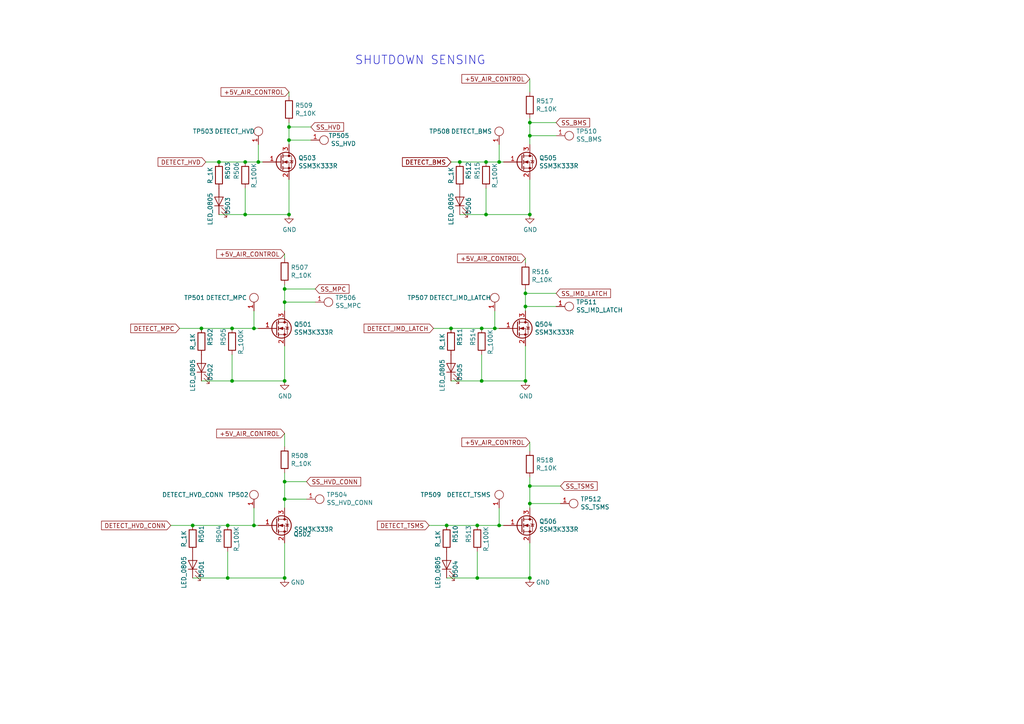
<source format=kicad_sch>
(kicad_sch (version 20211123) (generator eeschema)
  (paper "A4")
  (lib_symbols
    (symbol "formula:LED_0805" (pin_numbers hide) (pin_names (offset 1.016) hide)
      (property "Reference" "D" (at 0 -2.54 0))
      (property "Value" "LED_0805" (at 0 2.54 0))
      (symbol "LED_0805_0_1"
        (polyline (pts (xy -1.27 -1.27) (xy -1.27 1.27)) (stroke (width 0.2032)))
        (polyline (pts (xy -1.27 0) (xy 1.27 0)))
        (polyline (pts (xy 1.27 -1.27) (xy 1.27 1.27) (xy -1.27 0) (xy 1.27 -1.27)) (stroke (width 0.2032)))
        (polyline (pts (xy -3.048 -0.762) (xy -4.572 -2.286) (xy -3.81 -2.286) (xy -4.572 -2.286) (xy -4.572 -1.524)))
        (polyline (pts (xy -1.778 -0.762) (xy -3.302 -2.286) (xy -2.54 -2.286) (xy -3.302 -2.286) (xy -3.302 -1.524)))
      )
      (symbol "LED_0805_1_1"
        (pin passive line (at -3.81 0 0) (length 2.54) (name "K") (number "1"))
        (pin passive line (at 3.81 0 180) (length 2.54) (name "A") (number "2"))
      )
    )
    (symbol "formula:R_100K" (pin_numbers hide) (pin_names (offset 0))
      (property "Reference" "R" (at 2.032 0 90))
      (property "Value" "R_100K" (at -2.54 0 90))
      (symbol "R_100K_0_1"
        (rectangle (start -1.016 -2.54) (end 1.016 2.54) (stroke (width 0.254)))
      )
      (symbol "R_100K_1_1"
        (pin passive line (at 0 3.81 270) (length 1.27) (name "~") (number "1"))
        (pin passive line (at 0 -3.81 90) (length 1.27) (name "~") (number "2"))
      )
    )
    (symbol "formula:R_10K" (pin_numbers hide) (pin_names (offset 0))
      (property "Reference" "R" (at 2.032 0 90))
      (property "Value" "R_10K" (at -2.54 0 90))
      (symbol "R_10K_0_1"
        (rectangle (start -1.016 -2.54) (end 1.016 2.54) (stroke (width 0.254)))
      )
      (symbol "R_10K_1_1"
        (pin passive line (at 0 3.81 270) (length 1.27) (name "~") (number "1"))
        (pin passive line (at 0 -3.81 90) (length 1.27) (name "~") (number "2"))
      )
    )
    (symbol "formula:R_1K" (pin_numbers hide) (pin_names (offset 0))
      (property "Reference" "R" (at 2.032 0 90))
      (property "Value" "R_1K" (at -2.54 0 90))
      (symbol "R_1K_0_1"
        (rectangle (start -1.016 -2.54) (end 1.016 2.54) (stroke (width 0.254)))
      )
      (symbol "R_1K_1_1"
        (pin passive line (at 0 3.81 270) (length 1.27) (name "~") (number "1"))
        (pin passive line (at 0 -3.81 90) (length 1.27) (name "~") (number "2"))
      )
    )
    (symbol "formula:SSM3K333R" (pin_names (offset 0) hide)
      (property "Reference" "Q" (at 5.08 1.905 0))
      (property "Value" "SSM3K333R" (at 5.08 0 0))
      (symbol "SSM3K333R_0_1"
        (polyline (pts (xy 0.762 -1.778) (xy 2.54 -1.778)))
        (polyline (pts (xy 0.762 -1.27) (xy 0.762 -2.286)) (stroke (width 0.254)))
        (polyline (pts (xy 0.762 0) (xy 2.54 0)))
        (polyline (pts (xy 0.762 0.508) (xy 0.762 -0.508)) (stroke (width 0.254)))
        (polyline (pts (xy 0.762 1.778) (xy 2.54 1.778)))
        (polyline (pts (xy 0.762 2.286) (xy 0.762 1.27)) (stroke (width 0.254)))
        (polyline (pts (xy 2.54 -1.778) (xy 2.54 -2.54)))
        (polyline (pts (xy 2.54 -1.778) (xy 2.54 0)))
        (polyline (pts (xy 2.54 2.54) (xy 2.54 1.778)))
        (polyline (pts (xy 0.254 1.905) (xy 0.254 -1.905) (xy 0.254 -1.905)) (stroke (width 0.254)))
        (polyline (pts (xy 1.016 0) (xy 2.032 0.381) (xy 2.032 -0.381) (xy 1.016 0)) (fill (type outline)))
        (polyline (pts (xy 2.54 -1.778) (xy 3.302 -1.778) (xy 3.302 1.778) (xy 2.54 1.778)))
        (polyline (pts (xy 2.794 0.508) (xy 2.921 0.381) (xy 3.683 0.381) (xy 3.81 0.254)))
        (polyline (pts (xy 3.302 0.381) (xy 2.921 -0.254) (xy 3.683 -0.254) (xy 3.302 0.381)))
        (circle (center 1.651 0) (radius 2.8194) (stroke (width 0.254)))
        (circle (center 2.54 -1.778) (radius 0.2794) (fill (type outline)))
        (circle (center 2.54 1.778) (radius 0.2794) (fill (type outline)))
      )
      (symbol "SSM3K333R_1_1"
        (pin input line (at -5.08 0 0) (length 5.334) (name "G") (number "1"))
        (pin passive line (at 2.54 -5.08 90) (length 2.54) (name "S") (number "2"))
        (pin passive line (at 2.54 5.08 270) (length 2.54) (name "D") (number "3"))
      )
    )
    (symbol "formula:Test_Point_SMD" (pin_names (offset 1.016))
      (property "Reference" "TP" (at 0 7.62 0))
      (property "Value" "Test_Point_SMD" (at 1.27 5.08 0))
      (symbol "Test_Point_SMD_1_1"
        (circle (center 0 2.54) (radius 1.27))
        (pin input line (at 0 -1.27 90) (length 2.54) (name "~") (number "1"))
      )
    )
    (symbol "power:GND" (power) (pin_names (offset 0))
      (property "Value" "GND" (at 0 -3.81 0))
      (symbol "GND_0_1"
        (polyline (pts (xy 0 0) (xy 0 -1.27) (xy 1.27 -1.27) (xy 0 -2.54) (xy -1.27 -1.27) (xy 0 -1.27)))
      )
      (symbol "GND_1_1"
        (pin power_in line (at 0 0 270) (length 0) hide (name "GND") (number "1"))
      )
    )
  )
  (junction (at 83.82 36.83))
  (junction (at 71.12 62.23))
  (junction (at 129.54 152.4))
  (junction (at 133.35 46.99))
  (junction (at 83.82 40.64))
  (junction (at 82.55 144.78))
  (junction (at 138.43 167.64))
  (junction (at 82.55 110.49))
  (junction (at 153.67 39.37))
  (junction (at 153.67 62.23))
  (junction (at 139.7 110.49))
  (junction (at 58.42 95.25))
  (junction (at 67.31 110.49))
  (junction (at 143.51 95.25))
  (junction (at 73.66 152.4))
  (junction (at 74.93 46.99))
  (junction (at 83.82 62.23))
  (junction (at 82.55 83.82))
  (junction (at 144.78 46.99))
  (junction (at 82.55 167.64))
  (junction (at 152.4 85.09))
  (junction (at 140.97 62.23))
  (junction (at 130.81 95.25))
  (junction (at 82.55 139.7))
  (junction (at 153.67 140.97))
  (junction (at 82.55 87.63))
  (junction (at 67.31 95.25))
  (junction (at 139.7 95.25))
  (junction (at 152.4 88.9))
  (junction (at 138.43 152.4))
  (junction (at 144.78 152.4))
  (junction (at 153.67 35.56))
  (junction (at 152.4 110.49))
  (junction (at 71.12 46.99))
  (junction (at 153.67 167.64))
  (junction (at 66.04 167.64))
  (junction (at 63.5 46.99))
  (junction (at 66.04 152.4))
  (junction (at 55.88 152.4))
  (junction (at 153.67 146.05))
  (junction (at 73.66 95.25))
  (junction (at 140.97 46.99))
  (wire (pts (xy 71.12 62.23) (xy 83.82 62.23)))
  (wire (pts (xy 63.5 46.99) (xy 71.12 46.99)))
  (wire (pts (xy 146.05 152.4) (xy 144.78 152.4)))
  (wire (pts (xy 130.81 110.49) (xy 139.7 110.49)))
  (wire (pts (xy 83.82 41.91) (xy 83.82 40.64)))
  (wire (pts (xy 140.97 54.61) (xy 140.97 62.23)))
  (wire (pts (xy 83.82 52.07) (xy 83.82 62.23)))
  (wire (pts (xy 152.4 88.9) (xy 152.4 90.17)))
  (wire (pts (xy 161.29 88.9) (xy 152.4 88.9)))
  (wire (pts (xy 63.5 62.23) (xy 71.12 62.23)))
  (wire (pts (xy 144.78 41.91) (xy 144.78 46.99)))
  (wire (pts (xy 139.7 110.49) (xy 152.4 110.49)))
  (wire (pts (xy 91.44 83.82) (xy 82.55 83.82)))
  (wire (pts (xy 152.4 74.93) (xy 152.4 76.2)))
  (wire (pts (xy 83.82 40.64) (xy 90.17 40.64)))
  (wire (pts (xy 83.82 36.83) (xy 83.82 35.56)))
  (wire (pts (xy 88.9 144.78) (xy 82.55 144.78)))
  (wire (pts (xy 88.9 139.7) (xy 82.55 139.7)))
  (wire (pts (xy 67.31 95.25) (xy 58.42 95.25)))
  (wire (pts (xy 138.43 152.4) (xy 129.54 152.4)))
  (wire (pts (xy 153.67 138.43) (xy 153.67 140.97)))
  (wire (pts (xy 144.78 46.99) (xy 140.97 46.99)))
  (wire (pts (xy 139.7 102.87) (xy 139.7 110.49)))
  (wire (pts (xy 162.56 146.05) (xy 153.67 146.05)))
  (wire (pts (xy 74.93 152.4) (xy 73.66 152.4)))
  (wire (pts (xy 129.54 152.4) (xy 124.46 152.4)))
  (wire (pts (xy 74.93 95.25) (xy 73.66 95.25)))
  (wire (pts (xy 55.88 167.64) (xy 66.04 167.64)))
  (wire (pts (xy 153.67 35.56) (xy 161.29 35.56)))
  (wire (pts (xy 153.67 128.27) (xy 153.67 130.81)))
  (wire (pts (xy 59.69 46.99) (xy 63.5 46.99)))
  (wire (pts (xy 90.17 36.83) (xy 83.82 36.83)))
  (wire (pts (xy 74.93 46.99) (xy 71.12 46.99)))
  (wire (pts (xy 152.4 85.09) (xy 152.4 88.9)))
  (wire (pts (xy 83.82 26.67) (xy 83.82 27.94)))
  (wire (pts (xy 82.55 139.7) (xy 82.55 144.78)))
  (wire (pts (xy 76.2 46.99) (xy 74.93 46.99)))
  (wire (pts (xy 73.66 147.32) (xy 73.66 152.4)))
  (wire (pts (xy 73.66 90.17) (xy 73.66 95.25)))
  (wire (pts (xy 74.93 41.91) (xy 74.93 46.99)))
  (wire (pts (xy 133.35 62.23) (xy 140.97 62.23)))
  (wire (pts (xy 133.35 46.99) (xy 130.81 46.99)))
  (wire (pts (xy 82.55 157.48) (xy 82.55 167.64)))
  (wire (pts (xy 140.97 46.99) (xy 133.35 46.99)))
  (wire (pts (xy 91.44 87.63) (xy 82.55 87.63)))
  (wire (pts (xy 138.43 167.64) (xy 138.43 160.02)))
  (wire (pts (xy 82.55 100.33) (xy 82.55 110.49)))
  (wire (pts (xy 73.66 152.4) (xy 66.04 152.4)))
  (wire (pts (xy 130.81 95.25) (xy 125.73 95.25)))
  (wire (pts (xy 82.55 87.63) (xy 82.55 90.17)))
  (wire (pts (xy 66.04 160.02) (xy 66.04 167.64)))
  (wire (pts (xy 161.29 85.09) (xy 152.4 85.09)))
  (wire (pts (xy 144.78 152.4) (xy 138.43 152.4)))
  (wire (pts (xy 129.54 167.64) (xy 138.43 167.64)))
  (wire (pts (xy 82.55 125.73) (xy 82.55 129.54)))
  (wire (pts (xy 153.67 35.56) (xy 153.67 39.37)))
  (wire (pts (xy 153.67 39.37) (xy 161.29 39.37)))
  (wire (pts (xy 153.67 52.07) (xy 153.67 62.23)))
  (wire (pts (xy 144.78 147.32) (xy 144.78 152.4)))
  (wire (pts (xy 139.7 95.25) (xy 130.81 95.25)))
  (wire (pts (xy 153.67 140.97) (xy 153.67 146.05)))
  (wire (pts (xy 153.67 146.05) (xy 153.67 147.32)))
  (wire (pts (xy 153.67 34.29) (xy 153.67 35.56)))
  (wire (pts (xy 73.66 95.25) (xy 67.31 95.25)))
  (wire (pts (xy 162.56 140.97) (xy 153.67 140.97)))
  (wire (pts (xy 143.51 90.17) (xy 143.51 95.25)))
  (wire (pts (xy 143.51 95.25) (xy 139.7 95.25)))
  (wire (pts (xy 58.42 110.49) (xy 67.31 110.49)))
  (wire (pts (xy 152.4 83.82) (xy 152.4 85.09)))
  (wire (pts (xy 66.04 167.64) (xy 82.55 167.64)))
  (wire (pts (xy 152.4 100.33) (xy 152.4 110.49)))
  (wire (pts (xy 82.55 144.78) (xy 82.55 147.32)))
  (wire (pts (xy 66.04 152.4) (xy 55.88 152.4)))
  (wire (pts (xy 82.55 82.55) (xy 82.55 83.82)))
  (wire (pts (xy 58.42 95.25) (xy 52.07 95.25)))
  (wire (pts (xy 55.88 152.4) (xy 49.53 152.4)))
  (wire (pts (xy 67.31 110.49) (xy 82.55 110.49)))
  (wire (pts (xy 71.12 54.61) (xy 71.12 62.23)))
  (wire (pts (xy 144.78 95.25) (xy 143.51 95.25)))
  (wire (pts (xy 153.67 157.48) (xy 153.67 167.64)))
  (wire (pts (xy 82.55 83.82) (xy 82.55 87.63)))
  (wire (pts (xy 153.67 22.86) (xy 153.67 26.67)))
  (wire (pts (xy 67.31 102.87) (xy 67.31 110.49)))
  (wire (pts (xy 153.67 39.37) (xy 153.67 41.91)))
  (wire (pts (xy 138.43 167.64) (xy 153.67 167.64)))
  (wire (pts (xy 83.82 40.64) (xy 83.82 36.83)))
  (wire (pts (xy 82.55 137.16) (xy 82.55 139.7)))
  (wire (pts (xy 140.97 62.23) (xy 153.67 62.23)))
  (wire (pts (xy 82.55 73.66) (xy 82.55 74.93)))
  (wire (pts (xy 146.05 46.99) (xy 144.78 46.99)))
  (text "SHUTDOWN SENSING" (at 102.87 19.05 0) (effects (font (size 2.4892 2.4892)) (justify left bottom)))
  (global_label "+5V_AIR_CONTROL" (shape input) (at 153.67 128.27 180) (property "Intersheet References" "${INTERSHEET_REFS}" (effects hide)))
  (global_label "SS_IMD_LATCH" (shape input) (at 161.29 85.09 0) (property "Intersheet References" "${INTERSHEET_REFS}" (effects hide)))
  (global_label "DETECT_BMS" (shape input) (at 130.81 46.99 180) (property "Intersheet References" "${INTERSHEET_REFS}" (effects hide)))
  (global_label "SS_HVD_CONN" (shape input) (at 88.9 139.7 0) (property "Intersheet References" "${INTERSHEET_REFS}" (effects hide)))
  (global_label "SS_BMS" (shape input) (at 161.29 35.56 0) (property "Intersheet References" "${INTERSHEET_REFS}" (effects hide)))
  (global_label "+5V_AIR_CONTROL" (shape input) (at 153.67 22.86 180) (property "Intersheet References" "${INTERSHEET_REFS}" (effects hide)))
  (global_label "+5V_AIR_CONTROL" (shape input) (at 82.55 73.66 180) (property "Intersheet References" "${INTERSHEET_REFS}" (effects hide)))
  (global_label "SS_TSMS" (shape input) (at 162.56 140.97 0) (property "Intersheet References" "${INTERSHEET_REFS}" (effects hide)))
  (global_label "DETECT_HVD_CONN" (shape input) (at 49.53 152.4 180) (property "Intersheet References" "${INTERSHEET_REFS}" (effects hide)))
  (global_label "DETECT_MPC" (shape input) (at 52.07 95.25 180) (property "Intersheet References" "${INTERSHEET_REFS}" (effects hide)))
  (global_label "+5V_AIR_CONTROL" (shape input) (at 152.4 74.93 180) (property "Intersheet References" "${INTERSHEET_REFS}" (effects hide)))
  (global_label "+5V_AIR_CONTROL" (shape input) (at 83.82 26.67 180) (property "Intersheet References" "${INTERSHEET_REFS}" (effects hide)))
  (global_label "DETECT_HVD" (shape input) (at 59.69 46.99 180) (property "Intersheet References" "${INTERSHEET_REFS}" (effects hide)))
  (global_label "DETECT_IMD_LATCH" (shape input) (at 125.73 95.25 180) (property "Intersheet References" "${INTERSHEET_REFS}" (effects hide)))
  (global_label "DETECT_TSMS" (shape input) (at 124.46 152.4 180) (property "Intersheet References" "${INTERSHEET_REFS}" (effects hide)))
  (global_label "+5V_AIR_CONTROL" (shape input) (at 82.55 125.73 180) (property "Intersheet References" "${INTERSHEET_REFS}" (effects hide)))
  (global_label "SS_MPC" (shape input) (at 91.44 83.82 0) (property "Intersheet References" "${INTERSHEET_REFS}" (effects hide)))
  (global_label "DETECT_BMS" (shape input) (at 130.81 46.99 180) (property "Intersheet References" "${INTERSHEET_REFS}" (effects hide)))
  (global_label "SS_HVD" (shape input) (at 90.17 36.83 0) (property "Intersheet References" "${INTERSHEET_REFS}" (effects hide)))
  (symbol (lib_id "power:GND") (at 153.67 62.23 0) (unit 1)
    (property "Reference" "#PWR0203" (effects hide))
    (property "Value" "GND" (at 153.797 66.6242 0))
  )
  (symbol (lib_id "power:GND") (at 152.4 110.49 0) (unit 1)
    (property "Reference" "#PWR0199" (effects hide))
    (property "Value" "GND" (at 152.527 114.8842 0))
  )
  (symbol (lib_id "power:GND") (at 83.82 62.23 0) (unit 1)
    (property "Reference" "#PWR0200" (effects hide))
    (property "Value" "GND" (at 83.947 66.6242 0))
  )
  (symbol (lib_id "formula:LED_0805") (at 133.35 58.42 90) (unit 1)
    (property "Reference" "D506" (at 135.89 57.15 0) (effects (justify right)))
    (property "Value" "LED_0805" (at 130.81 55.88 0) (effects (justify right)))
    (property "Footprint" "footprints:LED_0805_OEM" (effects hide))
    (property "Datasheet" "http://www.osram-os.com/Graphics/XPic9/00078860_0.pdf" (effects hide))
    (property "MFN" "DK" (effects hide))
    (property "MPN" "475-1410-1-ND" (effects hide))
    (property "PurchasingLink" "https://www.digikey.com/products/en?keywords=475-1410-1-ND" (effects hide))
  )
  (symbol (lib_id "formula:LED_0805") (at 130.81 106.68 90) (unit 1)
    (property "Reference" "D505" (at 133.35 105.41 0) (effects (justify right)))
    (property "Value" "LED_0805" (at 128.27 104.14 0) (effects (justify right)))
    (property "Footprint" "footprints:LED_0805_OEM" (effects hide))
    (property "Datasheet" "http://www.osram-os.com/Graphics/XPic9/00078860_0.pdf" (effects hide))
    (property "MFN" "DK" (effects hide))
    (property "MPN" "475-1410-1-ND" (effects hide))
    (property "PurchasingLink" "https://www.digikey.com/products/en?keywords=475-1410-1-ND" (effects hide))
  )
  (symbol (lib_id "formula:LED_0805") (at 63.5 58.42 90) (unit 1)
    (property "Reference" "D503" (at 66.04 57.15 0) (effects (justify right)))
    (property "Value" "LED_0805" (at 60.96 55.88 0) (effects (justify right)))
    (property "Footprint" "footprints:LED_0805_OEM" (effects hide))
    (property "Datasheet" "http://www.osram-os.com/Graphics/XPic9/00078860_0.pdf" (effects hide))
    (property "MFN" "DK" (effects hide))
    (property "MPN" "475-1410-1-ND" (effects hide))
    (property "PurchasingLink" "https://www.digikey.com/products/en?keywords=475-1410-1-ND" (effects hide))
  )
  (symbol (lib_id "formula:R_1K") (at 133.35 50.8 0) (unit 1)
    (property "Reference" "R512" (at 135.89 52.07 90) (effects (justify left)))
    (property "Value" "R_1K" (at 130.81 53.34 90) (effects (justify left)))
    (property "Footprint" "footprints:R_0805_OEM" (effects hide))
    (property "Datasheet" "https://www.seielect.com/Catalog/SEI-rncp.pdf" (effects hide))
    (property "MFN" "DK" (effects hide))
    (property "MPN" "RNCP0805FTD1K00CT-ND" (effects hide))
    (property "PurchasingLink" "https://www.digikey.com/products/en?keywords=RNCP0805FTD1K00CT-ND" (effects hide))
  )
  (symbol (lib_id "formula:R_1K") (at 130.81 99.06 0) (unit 1)
    (property "Reference" "R511" (at 133.35 100.33 90) (effects (justify left)))
    (property "Value" "R_1K" (at 128.27 101.6 90) (effects (justify left)))
    (property "Footprint" "footprints:R_0805_OEM" (effects hide))
    (property "Datasheet" "https://www.seielect.com/Catalog/SEI-rncp.pdf" (effects hide))
    (property "MFN" "DK" (effects hide))
    (property "MPN" "RNCP0805FTD1K00CT-ND" (effects hide))
    (property "PurchasingLink" "https://www.digikey.com/products/en?keywords=RNCP0805FTD1K00CT-ND" (effects hide))
  )
  (symbol (lib_id "formula:R_1K") (at 63.5 50.8 0) (unit 1)
    (property "Reference" "R503" (at 66.04 52.07 90) (effects (justify left)))
    (property "Value" "R_1K" (at 60.96 53.34 90) (effects (justify left)))
    (property "Footprint" "footprints:R_0805_OEM" (effects hide))
    (property "Datasheet" "https://www.seielect.com/Catalog/SEI-rncp.pdf" (effects hide))
    (property "MFN" "DK" (effects hide))
    (property "MPN" "RNCP0805FTD1K00CT-ND" (effects hide))
    (property "PurchasingLink" "https://www.digikey.com/products/en?keywords=RNCP0805FTD1K00CT-ND" (effects hide))
  )
  (symbol (lib_id "formula:R_100K") (at 139.7 99.06 0) (unit 1)
    (property "Reference" "R514" (at 137.16 100.33 90) (effects (justify left)))
    (property "Value" "R_100K" (at 142.24 102.87 90) (effects (justify left)))
    (property "Footprint" "footprints:R_0805_OEM" (effects hide))
    (property "Datasheet" "https://industrial.panasonic.com/cdbs/www-data/pdf/RDA0000/AOA0000C304.pdf" (effects hide))
    (property "MFN" "DK" (effects hide))
    (property "MPN" "P100KCCT-ND" (effects hide))
    (property "PurchasingLink" "https://www.digikey.com/product-detail/en/panasonic-electronic-components/ERJ-6ENF1003V/P100KCCT-ND/119551" (effects hide))
  )
  (symbol (lib_id "formula:R_100K") (at 140.97 50.8 0) (unit 1)
    (property "Reference" "R515" (at 138.43 52.07 90) (effects (justify left)))
    (property "Value" "R_100K" (at 143.51 54.61 90) (effects (justify left)))
    (property "Footprint" "footprints:R_0805_OEM" (effects hide))
    (property "Datasheet" "https://industrial.panasonic.com/cdbs/www-data/pdf/RDA0000/AOA0000C304.pdf" (effects hide))
    (property "MFN" "DK" (effects hide))
    (property "MPN" "P100KCCT-ND" (effects hide))
    (property "PurchasingLink" "https://www.digikey.com/product-detail/en/panasonic-electronic-components/ERJ-6ENF1003V/P100KCCT-ND/119551" (effects hide))
  )
  (symbol (lib_id "formula:R_100K") (at 71.12 50.8 0) (unit 1)
    (property "Reference" "R506" (at 68.58 52.07 90) (effects (justify left)))
    (property "Value" "R_100K" (at 73.66 54.61 90) (effects (justify left)))
    (property "Footprint" "footprints:R_0805_OEM" (effects hide))
    (property "Datasheet" "https://industrial.panasonic.com/cdbs/www-data/pdf/RDA0000/AOA0000C304.pdf" (effects hide))
    (property "MFN" "DK" (effects hide))
    (property "MPN" "P100KCCT-ND" (effects hide))
    (property "PurchasingLink" "https://www.digikey.com/product-detail/en/panasonic-electronic-components/ERJ-6ENF1003V/P100KCCT-ND/119551" (effects hide))
  )
  (symbol (lib_id "formula:SSM3K333R") (at 81.28 46.99 0) (unit 1)
    (property "Reference" "Q503" (at 86.5124 45.8216 0) (effects (justify left)))
    (property "Value" "SSM3K333R" (at 86.5124 48.133 0) (effects (justify left)))
    (property "Footprint" "footprints:SOT-23F" (effects hide))
    (property "Datasheet" "https://drive.google.com/drive/folders/0B-V-iZf33Y4GNzhDQTJZanJRbVk" (effects hide))
    (property "MFN" "DK" (effects hide))
    (property "MPN" "SSM3K333RLFCT-ND" (effects hide))
    (property "PurchasingLink" "https://www.digikey.com/product-detail/en/toshiba-semiconductor-and-storage/SSM3K333RLF/SSM3K333RLFCT-ND/3522391" (effects hide))
  )
  (symbol (lib_id "formula:SSM3K333R") (at 149.86 95.25 0) (unit 1)
    (property "Reference" "Q504" (at 155.0924 94.0816 0) (effects (justify left)))
    (property "Value" "SSM3K333R" (at 155.0924 96.393 0) (effects (justify left)))
    (property "Footprint" "footprints:SOT-23F" (effects hide))
    (property "Datasheet" "https://drive.google.com/drive/folders/0B-V-iZf33Y4GNzhDQTJZanJRbVk" (effects hide))
    (property "MFN" "DK" (effects hide))
    (property "MPN" "SSM3K333RLFCT-ND" (effects hide))
    (property "PurchasingLink" "https://www.digikey.com/product-detail/en/toshiba-semiconductor-and-storage/SSM3K333RLF/SSM3K333RLFCT-ND/3522391" (effects hide))
  )
  (symbol (lib_id "formula:SSM3K333R") (at 151.13 46.99 0) (unit 1)
    (property "Reference" "Q505" (at 156.3624 45.8216 0) (effects (justify left)))
    (property "Value" "SSM3K333R" (at 156.3624 48.133 0) (effects (justify left)))
    (property "Footprint" "footprints:SOT-23F" (effects hide))
    (property "Datasheet" "https://drive.google.com/drive/folders/0B-V-iZf33Y4GNzhDQTJZanJRbVk" (effects hide))
    (property "MFN" "DK" (effects hide))
    (property "MPN" "SSM3K333RLFCT-ND" (effects hide))
    (property "PurchasingLink" "https://www.digikey.com/product-detail/en/toshiba-semiconductor-and-storage/SSM3K333RLF/SSM3K333RLFCT-ND/3522391" (effects hide))
  )
  (symbol (lib_id "formula:R_10K") (at 152.4 80.01 0) (unit 1)
    (property "Reference" "R516" (at 154.178 78.8416 0) (effects (justify left)))
    (property "Value" "R_10K" (at 154.178 81.153 0) (effects (justify left)))
    (property "Footprint" "footprints:R_0805_OEM" (effects hide))
    (property "Datasheet" "http://www.bourns.com/data/global/pdfs/CRS.pdf" (effects hide))
    (property "MFN" "DK" (effects hide))
    (property "MPN" "CRS0805-FX-1002ELFCT-ND" (effects hide))
    (property "PurchasingLink" "https://www.digikey.com/products/en?keywords=CRS0805-FX-1002ELFCT-ND" (effects hide))
  )
  (symbol (lib_id "formula:R_10K") (at 153.67 30.48 0) (unit 1)
    (property "Reference" "R517" (at 155.448 29.3116 0) (effects (justify left)))
    (property "Value" "R_10K" (at 155.448 31.623 0) (effects (justify left)))
    (property "Footprint" "footprints:R_0805_OEM" (effects hide))
    (property "Datasheet" "http://www.bourns.com/data/global/pdfs/CRS.pdf" (effects hide))
    (property "MFN" "DK" (effects hide))
    (property "MPN" "CRS0805-FX-1002ELFCT-ND" (effects hide))
    (property "PurchasingLink" "https://www.digikey.com/products/en?keywords=CRS0805-FX-1002ELFCT-ND" (effects hide))
  )
  (symbol (lib_id "formula:R_10K") (at 83.82 31.75 0) (unit 1)
    (property "Reference" "R509" (at 85.598 30.5816 0) (effects (justify left)))
    (property "Value" "R_10K" (at 85.598 32.893 0) (effects (justify left)))
    (property "Footprint" "footprints:R_0805_OEM" (effects hide))
    (property "Datasheet" "http://www.bourns.com/data/global/pdfs/CRS.pdf" (effects hide))
    (property "MFN" "DK" (effects hide))
    (property "MPN" "CRS0805-FX-1002ELFCT-ND" (effects hide))
    (property "PurchasingLink" "https://www.digikey.com/products/en?keywords=CRS0805-FX-1002ELFCT-ND" (effects hide))
  )
  (symbol (lib_id "formula:R_10K") (at 82.55 78.74 0) (unit 1)
    (property "Reference" "R507" (at 84.328 77.5716 0) (effects (justify left)))
    (property "Value" "R_10K" (at 84.328 79.883 0) (effects (justify left)))
    (property "Footprint" "footprints:R_0805_OEM" (effects hide))
    (property "Datasheet" "http://www.bourns.com/data/global/pdfs/CRS.pdf" (effects hide))
    (property "MFN" "DK" (effects hide))
    (property "MPN" "CRS0805-FX-1002ELFCT-ND" (effects hide))
    (property "PurchasingLink" "https://www.digikey.com/products/en?keywords=CRS0805-FX-1002ELFCT-ND" (effects hide))
  )
  (symbol (lib_id "formula:SSM3K333R") (at 80.01 95.25 0) (unit 1)
    (property "Reference" "Q501" (at 85.2424 94.0816 0) (effects (justify left)))
    (property "Value" "SSM3K333R" (at 85.2424 96.393 0) (effects (justify left)))
    (property "Footprint" "footprints:SOT-23F" (effects hide))
    (property "Datasheet" "https://drive.google.com/drive/folders/0B-V-iZf33Y4GNzhDQTJZanJRbVk" (effects hide))
    (property "MFN" "DK" (effects hide))
    (property "MPN" "SSM3K333RLFCT-ND" (effects hide))
    (property "PurchasingLink" "https://www.digikey.com/product-detail/en/toshiba-semiconductor-and-storage/SSM3K333RLF/SSM3K333RLFCT-ND/3522391" (effects hide))
  )
  (symbol (lib_id "formula:R_100K") (at 67.31 99.06 0) (unit 1)
    (property "Reference" "R505" (at 64.77 100.33 90) (effects (justify left)))
    (property "Value" "R_100K" (at 69.85 102.87 90) (effects (justify left)))
    (property "Footprint" "footprints:R_0805_OEM" (effects hide))
    (property "Datasheet" "https://industrial.panasonic.com/cdbs/www-data/pdf/RDA0000/AOA0000C304.pdf" (effects hide))
    (property "MFN" "DK" (effects hide))
    (property "MPN" "P100KCCT-ND" (effects hide))
    (property "PurchasingLink" "https://www.digikey.com/product-detail/en/panasonic-electronic-components/ERJ-6ENF1003V/P100KCCT-ND/119551" (effects hide))
  )
  (symbol (lib_id "formula:R_1K") (at 58.42 99.06 0) (unit 1)
    (property "Reference" "R502" (at 60.96 100.33 90) (effects (justify left)))
    (property "Value" "R_1K" (at 55.88 101.6 90) (effects (justify left)))
    (property "Footprint" "footprints:R_0805_OEM" (effects hide))
    (property "Datasheet" "https://www.seielect.com/Catalog/SEI-rncp.pdf" (effects hide))
    (property "MFN" "DK" (effects hide))
    (property "MPN" "RNCP0805FTD1K00CT-ND" (effects hide))
    (property "PurchasingLink" "https://www.digikey.com/products/en?keywords=RNCP0805FTD1K00CT-ND" (effects hide))
  )
  (symbol (lib_id "formula:LED_0805") (at 58.42 106.68 90) (unit 1)
    (property "Reference" "D502" (at 60.96 105.41 0) (effects (justify right)))
    (property "Value" "LED_0805" (at 55.88 104.14 0) (effects (justify right)))
    (property "Footprint" "footprints:LED_0805_OEM" (effects hide))
    (property "Datasheet" "http://www.osram-os.com/Graphics/XPic9/00078860_0.pdf" (effects hide))
    (property "MFN" "DK" (effects hide))
    (property "MPN" "475-1410-1-ND" (effects hide))
    (property "PurchasingLink" "https://www.digikey.com/products/en?keywords=475-1410-1-ND" (effects hide))
  )
  (symbol (lib_id "power:GND") (at 82.55 110.49 0) (unit 1)
    (property "Reference" "#PWR0201" (effects hide))
    (property "Value" "GND" (at 82.677 114.8842 0))
  )
  (symbol (lib_id "formula:R_1K") (at 129.54 156.21 0) (unit 1)
    (property "Reference" "R510" (at 132.08 157.48 90) (effects (justify left)))
    (property "Value" "R_1K" (at 127 158.75 90) (effects (justify left)))
    (property "Footprint" "footprints:R_0805_OEM" (effects hide))
    (property "Datasheet" "https://www.seielect.com/Catalog/SEI-rncp.pdf" (effects hide))
    (property "MFN" "DK" (effects hide))
    (property "MPN" "RNCP0805FTD1K00CT-ND" (effects hide))
    (property "PurchasingLink" "https://www.digikey.com/products/en?keywords=RNCP0805FTD1K00CT-ND" (effects hide))
  )
  (symbol (lib_id "formula:SSM3K333R") (at 151.13 152.4 0) (unit 1)
    (property "Reference" "Q506" (at 156.3624 151.2316 0) (effects (justify left)))
    (property "Value" "SSM3K333R" (at 156.3624 153.543 0) (effects (justify left)))
    (property "Footprint" "footprints:SOT-23F" (effects hide))
    (property "Datasheet" "https://drive.google.com/drive/folders/0B-V-iZf33Y4GNzhDQTJZanJRbVk" (effects hide))
    (property "MFN" "DK" (effects hide))
    (property "MPN" "SSM3K333RLFCT-ND" (effects hide))
    (property "PurchasingLink" "https://www.digikey.com/product-detail/en/toshiba-semiconductor-and-storage/SSM3K333RLF/SSM3K333RLFCT-ND/3522391" (effects hide))
  )
  (symbol (lib_id "formula:R_100K") (at 138.43 156.21 0) (unit 1)
    (property "Reference" "R513" (at 135.89 157.48 90) (effects (justify left)))
    (property "Value" "R_100K" (at 140.97 160.02 90) (effects (justify left)))
    (property "Footprint" "footprints:R_0805_OEM" (effects hide))
    (property "Datasheet" "https://industrial.panasonic.com/cdbs/www-data/pdf/RDA0000/AOA0000C304.pdf" (effects hide))
    (property "MFN" "DK" (effects hide))
    (property "MPN" "P100KCCT-ND" (effects hide))
    (property "PurchasingLink" "https://www.digikey.com/product-detail/en/panasonic-electronic-components/ERJ-6ENF1003V/P100KCCT-ND/119551" (effects hide))
  )
  (symbol (lib_id "formula:LED_0805") (at 129.54 163.83 90) (unit 1)
    (property "Reference" "D504" (at 132.08 162.56 0) (effects (justify right)))
    (property "Value" "LED_0805" (at 127 161.29 0) (effects (justify right)))
    (property "Footprint" "footprints:LED_0805_OEM" (effects hide))
    (property "Datasheet" "http://www.osram-os.com/Graphics/XPic9/00078860_0.pdf" (effects hide))
    (property "MFN" "DK" (effects hide))
    (property "MPN" "475-1410-1-ND" (effects hide))
    (property "PurchasingLink" "https://www.digikey.com/products/en?keywords=475-1410-1-ND" (effects hide))
  )
  (symbol (lib_id "power:GND") (at 153.67 167.64 0) (unit 1)
    (property "Reference" "#PWR0198" (effects hide))
    (property "Value" "GND" (at 157.48 168.91 0))
  )
  (symbol (lib_id "formula:R_10K") (at 153.67 134.62 0) (unit 1)
    (property "Reference" "R518" (at 155.448 133.4516 0) (effects (justify left)))
    (property "Value" "R_10K" (at 155.448 135.763 0) (effects (justify left)))
    (property "Footprint" "footprints:R_0805_OEM" (effects hide))
    (property "Datasheet" "http://www.bourns.com/data/global/pdfs/CRS.pdf" (effects hide))
    (property "MFN" "DK" (effects hide))
    (property "MPN" "CRS0805-FX-1002ELFCT-ND" (effects hide))
    (property "PurchasingLink" "https://www.digikey.com/products/en?keywords=CRS0805-FX-1002ELFCT-ND" (effects hide))
  )
  (symbol (lib_id "formula:R_10K") (at 82.55 133.35 0) (unit 1)
    (property "Reference" "R508" (at 84.328 132.1816 0) (effects (justify left)))
    (property "Value" "R_10K" (at 84.328 134.493 0) (effects (justify left)))
    (property "Footprint" "footprints:R_0805_OEM" (effects hide))
    (property "Datasheet" "http://www.bourns.com/data/global/pdfs/CRS.pdf" (effects hide))
    (property "MFN" "DK" (effects hide))
    (property "MPN" "CRS0805-FX-1002ELFCT-ND" (effects hide))
    (property "PurchasingLink" "https://www.digikey.com/products/en?keywords=CRS0805-FX-1002ELFCT-ND" (effects hide))
  )
  (symbol (lib_id "formula:R_100K") (at 66.04 156.21 0) (unit 1)
    (property "Reference" "R504" (at 63.5 157.48 90) (effects (justify left)))
    (property "Value" "R_100K" (at 68.58 160.02 90) (effects (justify left)))
    (property "Footprint" "footprints:R_0805_OEM" (effects hide))
    (property "Datasheet" "https://industrial.panasonic.com/cdbs/www-data/pdf/RDA0000/AOA0000C304.pdf" (effects hide))
    (property "MFN" "DK" (effects hide))
    (property "MPN" "P100KCCT-ND" (effects hide))
    (property "PurchasingLink" "https://www.digikey.com/product-detail/en/panasonic-electronic-components/ERJ-6ENF1003V/P100KCCT-ND/119551" (effects hide))
  )
  (symbol (lib_id "formula:R_1K") (at 55.88 156.21 0) (unit 1)
    (property "Reference" "R501" (at 58.42 157.48 90) (effects (justify left)))
    (property "Value" "R_1K" (at 53.34 158.75 90) (effects (justify left)))
    (property "Footprint" "footprints:R_0805_OEM" (effects hide))
    (property "Datasheet" "https://www.seielect.com/Catalog/SEI-rncp.pdf" (effects hide))
    (property "MFN" "DK" (effects hide))
    (property "MPN" "RNCP0805FTD1K00CT-ND" (effects hide))
    (property "PurchasingLink" "https://www.digikey.com/products/en?keywords=RNCP0805FTD1K00CT-ND" (effects hide))
  )
  (symbol (lib_id "formula:LED_0805") (at 55.88 163.83 90) (unit 1)
    (property "Reference" "D501" (at 58.42 162.56 0) (effects (justify right)))
    (property "Value" "LED_0805" (at 53.34 161.29 0) (effects (justify right)))
    (property "Footprint" "footprints:LED_0805_OEM" (effects hide))
    (property "Datasheet" "http://www.osram-os.com/Graphics/XPic9/00078860_0.pdf" (effects hide))
    (property "MFN" "DK" (effects hide))
    (property "MPN" "475-1410-1-ND" (effects hide))
    (property "PurchasingLink" "https://www.digikey.com/products/en?keywords=475-1410-1-ND" (effects hide))
  )
  (symbol (lib_id "power:GND") (at 82.55 167.64 0) (unit 1)
    (property "Reference" "#PWR0202" (effects hide))
    (property "Value" "GND" (at 86.36 168.91 0))
  )
  (symbol (lib_id "formula:SSM3K333R") (at 80.01 152.4 0) (unit 1)
    (property "Reference" "Q502" (at 85.09 154.94 0) (effects (justify left)))
    (property "Value" "SSM3K333R" (at 85.2424 153.543 0) (effects (justify left)))
    (property "Footprint" "footprints:SOT-23F" (effects hide))
    (property "Datasheet" "https://drive.google.com/drive/folders/0B-V-iZf33Y4GNzhDQTJZanJRbVk" (effects hide))
    (property "MFN" "DK" (effects hide))
    (property "MPN" "SSM3K333RLFCT-ND" (effects hide))
    (property "PurchasingLink" "https://www.digikey.com/product-detail/en/toshiba-semiconductor-and-storage/SSM3K333RLF/SSM3K333RLFCT-ND/3522391" (effects hide))
  )
  (symbol (lib_id "formula:Test_Point_SMD") (at 74.93 40.64 0) (unit 1)
    (property "Reference" "TP503" (at 55.88 38.1 0) (effects (justify left)))
    (property "Value" "DETECT_HVD" (at 62.23 38.1 0) (effects (justify left)))
    (property "Footprint" "TestPoint:TestPoint_Pad_D1.0mm" (effects hide))
  )
  (symbol (lib_id "formula:Test_Point_SMD") (at 91.44 40.64 270) (unit 1)
    (property "Reference" "TP505" (at 95.25 39.37 90) (effects (justify left)))
    (property "Value" "SS_HVD" (at 95.9612 41.656 90) (effects (justify left)))
    (property "Footprint" "TestPoint:TestPoint_Pad_D1.0mm" (effects hide))
  )
  (symbol (lib_id "formula:Test_Point_SMD") (at 162.56 39.37 270) (unit 1)
    (property "Reference" "TP510" (at 167.0812 38.0746 90) (effects (justify left)))
    (property "Value" "SS_BMS" (at 167.0812 40.386 90) (effects (justify left)))
    (property "Footprint" "TestPoint:TestPoint_Pad_D1.0mm" (effects hide))
  )
  (symbol (lib_id "formula:Test_Point_SMD") (at 144.78 40.64 0) (unit 1)
    (property "Reference" "TP508" (at 124.46 38.1 0) (effects (justify left)))
    (property "Value" "DETECT_BMS" (at 130.81 38.1 0) (effects (justify left)))
    (property "Footprint" "TestPoint:TestPoint_Pad_D1.0mm" (effects hide))
  )
  (symbol (lib_id "formula:Test_Point_SMD") (at 73.66 88.9 0) (unit 1)
    (property "Reference" "TP501" (at 53.34 86.36 0) (effects (justify left)))
    (property "Value" "DETECT_MPC" (at 59.69 86.36 0) (effects (justify left)))
    (property "Footprint" "TestPoint:TestPoint_Pad_D1.0mm" (effects hide))
  )
  (symbol (lib_id "formula:Test_Point_SMD") (at 92.71 87.63 270) (unit 1)
    (property "Reference" "TP506" (at 97.2312 86.3346 90) (effects (justify left)))
    (property "Value" "SS_MPC" (at 97.2312 88.646 90) (effects (justify left)))
    (property "Footprint" "TestPoint:TestPoint_Pad_D1.0mm" (effects hide))
  )
  (symbol (lib_id "formula:Test_Point_SMD") (at 143.51 88.9 0) (unit 1)
    (property "Reference" "TP507" (at 118.11 86.36 0) (effects (justify left)))
    (property "Value" "DETECT_IMD_LATCH" (at 124.46 86.36 0) (effects (justify left)))
    (property "Footprint" "TestPoint:TestPoint_Pad_D1.0mm" (effects hide))
  )
  (symbol (lib_id "formula:Test_Point_SMD") (at 162.56 88.9 270) (unit 1)
    (property "Reference" "TP511" (at 167.0812 87.6046 90) (effects (justify left)))
    (property "Value" "SS_IMD_LATCH" (at 167.0812 89.916 90) (effects (justify left)))
    (property "Footprint" "TestPoint:TestPoint_Pad_D1.0mm" (effects hide))
  )
  (symbol (lib_id "formula:Test_Point_SMD") (at 163.83 146.05 270) (unit 1)
    (property "Reference" "TP512" (at 168.3512 144.7546 90) (effects (justify left)))
    (property "Value" "SS_TSMS" (at 168.3512 147.066 90) (effects (justify left)))
    (property "Footprint" "TestPoint:TestPoint_Pad_D1.0mm" (effects hide))
  )
  (symbol (lib_id "formula:Test_Point_SMD") (at 144.78 146.05 0) (unit 1)
    (property "Reference" "TP509" (at 121.92 143.51 0) (effects (justify left)))
    (property "Value" "DETECT_TSMS" (at 129.54 143.51 0) (effects (justify left)))
    (property "Footprint" "TestPoint:TestPoint_Pad_D1.0mm" (effects hide))
  )
  (symbol (lib_id "formula:Test_Point_SMD") (at 73.66 146.05 0) (unit 1)
    (property "Reference" "TP502" (at 66.04 143.51 0) (effects (justify left)))
    (property "Value" "DETECT_HVD_CONN" (at 46.99 143.51 0) (effects (justify left)))
    (property "Footprint" "TestPoint:TestPoint_Pad_D1.0mm" (effects hide))
  )
  (symbol (lib_id "formula:Test_Point_SMD") (at 90.17 144.78 270) (unit 1)
    (property "Reference" "TP504" (at 94.6912 143.4846 90) (effects (justify left)))
    (property "Value" "SS_HVD_CONN" (at 94.6912 145.796 90) (effects (justify left)))
    (property "Footprint" "TestPoint:TestPoint_Pad_D1.0mm" (effects hide))
  )
)
</source>
